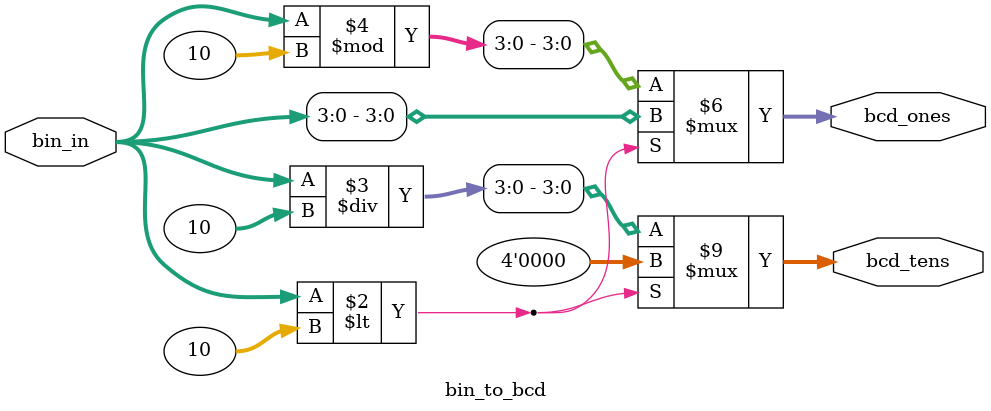
<source format=v>
module bin_to_bcd (
    input wire [6:0] bin_in,
    output reg [3:0] bcd_tens,   // 十位BCD
    output reg [3:0] bcd_ones    // 个位BCD
);

    always @(*) begin
        if (bin_in < 10) begin
            bcd_tens = 4'd0;
            bcd_ones = bin_in[3:0];
        end
        else begin
            bcd_tens = bin_in / 10;
            bcd_ones = bin_in % 10;
        end
    end

endmodule


</source>
